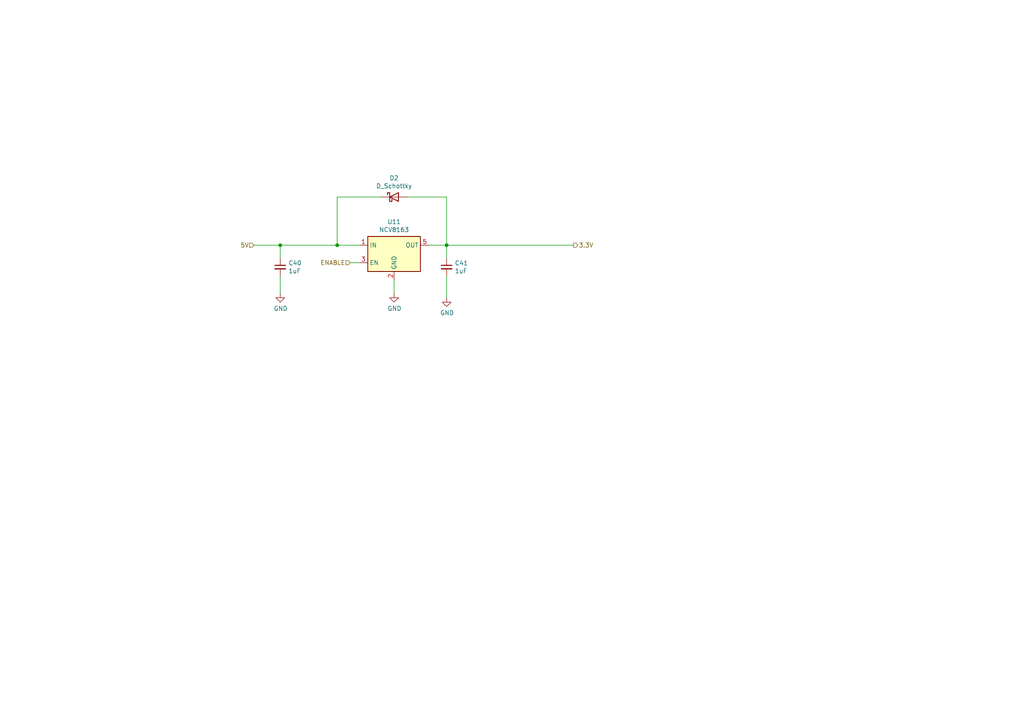
<source format=kicad_sch>
(kicad_sch (version 20230121) (generator eeschema)
  (paper "A4")
  (title_block (title "RAMN: Resistant Automotive Miniature Network V1.0") (date "2024-02-20") (rev "B2L") (company "Copyright (c) 2024 TOYOTA MOTOR CORPORATION. ALL RIGHTS RESERVED.") (comment 3 "License: CC BY-SA 4.0") (comment 4 "https://github.com/toyotainfotech/ramn"))
  (lib_symbols
    (symbol "Device:C_Small" (pin_numbers hide) (pin_names (offset 0.254) hide)
      (property "Reference" "C" (at 0.254 1.778 0))
      (property "Value" "C_Small" (at 0.254 -2.032 0))
      (symbol "C_Small_0_1"
        (polyline (pts (xy -1.524 -0.508) (xy 1.524 -0.508)) (stroke (width 0.3302)))
        (polyline (pts (xy -1.524 0.508) (xy 1.524 0.508)) (stroke (width 0.3048)))
      )
      (symbol "C_Small_1_1"
        (pin passive line (at 0 2.54 270) (length 2.032) (name "~") (number "1"))
        (pin passive line (at 0 -2.54 90) (length 2.032) (name "~") (number "2"))
      )
    )
    (symbol "Device:D_Schottky" (pin_numbers hide) (pin_names (offset 1.016) hide)
      (property "Reference" "D" (at 0 2.54 0))
      (property "Value" "D_Schottky" (at 0 -2.54 0))
      (symbol "D_Schottky_0_1"
        (polyline (pts (xy 1.27 0) (xy -1.27 0)))
        (polyline (pts (xy 1.27 1.27) (xy 1.27 -1.27) (xy -1.27 0) (xy 1.27 1.27)) (stroke (width 0.254)))
        (polyline (pts (xy -1.905 0.635) (xy -1.905 1.27) (xy -1.27 1.27) (xy -1.27 -1.27) (xy -0.635 -1.27) (xy -0.635 -0.635)) (stroke (width 0.254)))
      )
      (symbol "D_Schottky_1_1"
        (pin passive line (at -3.81 0 0) (length 2.54) (name "K") (number "1"))
        (pin passive line (at 3.81 0 180) (length 2.54) (name "A") (number "2"))
      )
    )
    (symbol "Regulator_Linear:NCV8114ASN120T1G"
      (property "Reference" "U" (at 0 8.89 0))
      (property "Value" "NCV8114ASN120T1G" (at 0 6.35 0))
      (symbol "NCV8114ASN120T1G_0_1"
        (rectangle (start -7.62 5.08) (end 7.62 -5.08) (stroke (width 0.254)) (fill (type background)))
      )
      (symbol "NCV8114ASN120T1G_1_1"
        (pin power_in line (at -10.16 2.54 0) (length 2.54) (name "IN") (number "1"))
        (pin power_in line (at 0 -7.62 90) (length 2.54) (name "GND") (number "2"))
        (pin input line (at -10.16 -2.54 0) (length 2.54) (name "EN") (number "3"))
        (pin no_connect line (at 7.62 -2.54 180) (length 2.54) hide (name "NC") (number "4"))
        (pin power_out line (at 10.16 2.54 180) (length 2.54) (name "OUT") (number "5"))
      )
    )
    (symbol "power:GND" (power) (pin_names (offset 0))
      (property "Value" "GND" (at 0 -3.81 0))
      (symbol "GND_0_1"
        (polyline (pts (xy 0 0) (xy 0 -1.27) (xy 1.27 -1.27) (xy 0 -2.54) (xy -1.27 -1.27) (xy 0 -1.27)))
      )
      (symbol "GND_1_1"
        (pin power_in line (at 0 0 270) (length 0) hide (name "GND") (number "1"))
      )
    )
  )
  (junction (at 81.28 71.12))
  (junction (at 129.54 71.12))
  (junction (at 97.79 71.12))
  (wire (pts (xy 97.79 71.12) (xy 104.14 71.12)))
  (wire (pts (xy 118.11 57.15) (xy 129.54 57.15)))
  (wire (pts (xy 129.54 57.15) (xy 129.54 71.12)))
  (wire (pts (xy 104.14 76.2) (xy 101.6 76.2)))
  (wire (pts (xy 81.28 71.12) (xy 97.79 71.12)))
  (wire (pts (xy 129.54 80.01) (xy 129.54 86.36)))
  (wire (pts (xy 110.49 57.15) (xy 97.79 57.15)))
  (wire (pts (xy 129.54 74.93) (xy 129.54 71.12)))
  (wire (pts (xy 97.79 57.15) (xy 97.79 71.12)))
  (wire (pts (xy 166.37 71.12) (xy 129.54 71.12)))
  (wire (pts (xy 81.28 74.93) (xy 81.28 71.12)))
  (wire (pts (xy 124.46 71.12) (xy 129.54 71.12)))
  (wire (pts (xy 114.3 81.28) (xy 114.3 85.09)))
  (wire (pts (xy 73.66 71.12) (xy 81.28 71.12)))
  (wire (pts (xy 81.28 80.01) (xy 81.28 85.09)))
  (hierarchical_label "5V" (shape input) (at 73.66 71.12 180))
  (hierarchical_label "ENABLE" (shape input) (at 101.6 76.2 180))
  (hierarchical_label "3.3V" (shape output) (at 166.37 71.12 0))
  (symbol (lib_id "Regulator_Linear:NCV8114ASN120T1G") (at 114.3 73.66 0) (unit 1)
    (property "Reference" "U11" (at 114.3 64.3382 0))
    (property "Value" "NCV8163" (at 114.3 66.6496 0))
    (property "Footprint" "Package_SO:TSOP-5_1.65x3.05mm_P0.95mm" (effects hide))
    (instances (project "ramn" (path "" (reference "U11") (unit 1)) (path "" (reference "U9") (unit 1)) (path "" (reference "U10") (unit 1)) (path "" (reference "U12") (unit 1))))
  )
  (symbol (lib_id "Device:C_Small") (at 81.28 77.47 0) (unit 1)
    (property "Reference" "C40" (at 83.6168 76.3016 0) (effects (justify left)))
    (property "Value" "1uF" (at 83.6168 78.613 0) (effects (justify left)))
    (property "Footprint" "Capacitor_SMD:C_1206_3216Metric" (effects hide))
    (instances (project "ramn" (path "" (reference "C40") (unit 1)) (path "" (reference "C36") (unit 1)) (path "" (reference "C38") (unit 1)) (path "" (reference "C42") (unit 1))))
  )
  (symbol (lib_id "Device:C_Small") (at 129.54 77.47 0) (unit 1)
    (property "Reference" "C41" (at 131.8768 76.3016 0) (effects (justify left)))
    (property "Value" "1uF" (at 131.8768 78.613 0) (effects (justify left)))
    (property "Footprint" "Capacitor_SMD:C_1206_3216Metric" (effects hide))
    (instances (project "ramn" (path "" (reference "C41") (unit 1)) (path "" (reference "C37") (unit 1)) (path "" (reference "C39") (unit 1)) (path "" (reference "C43") (unit 1))))
  )
  (symbol (lib_id "power:GND") (at 114.3 85.09 0) (unit 1)
    (property "Reference" "#PWR076" (effects hide))
    (property "Value" "GND" (at 114.427 89.4842 0))
    (instances (project "ramn" (path "" (reference "#PWR076") (unit 1)) (path "" (reference "#PWR070") (unit 1)) (path "" (reference "#PWR073") (unit 1)) (path "" (reference "#PWR079") (unit 1))))
  )
  (symbol (lib_id "power:GND") (at 129.54 86.36 0) (unit 1)
    (property "Reference" "#PWR077" (effects hide))
    (property "Value" "GND" (at 129.667 90.7542 0))
    (instances (project "ramn" (path "" (reference "#PWR077") (unit 1)) (path "" (reference "#PWR071") (unit 1)) (path "" (reference "#PWR074") (unit 1)) (path "" (reference "#PWR080") (unit 1))))
  )
  (symbol (lib_id "power:GND") (at 81.28 85.09 0) (unit 1)
    (property "Reference" "#PWR075" (effects hide))
    (property "Value" "GND" (at 81.407 89.4842 0))
    (instances (project "ramn" (path "" (reference "#PWR075") (unit 1)) (path "" (reference "#PWR069") (unit 1)) (path "" (reference "#PWR072") (unit 1)) (path "" (reference "#PWR078") (unit 1))))
  )
  (symbol (lib_id "Device:D_Schottky") (at 114.3 57.15 0) (unit 1)
    (property "Reference" "D2" (at 114.3 51.6382 0))
    (property "Value" "D_Schottky" (at 114.3 53.9496 0))
    (property "Footprint" "Diode_SMD:D_SOD-523" (effects hide))
    (instances (project "ramn" (path "" (reference "D2") (unit 1)) (path "" (reference "D4") (unit 1)) (path "" (reference "D1") (unit 1)) (path "" (reference "D3") (unit 1))))
  )
)
</source>
